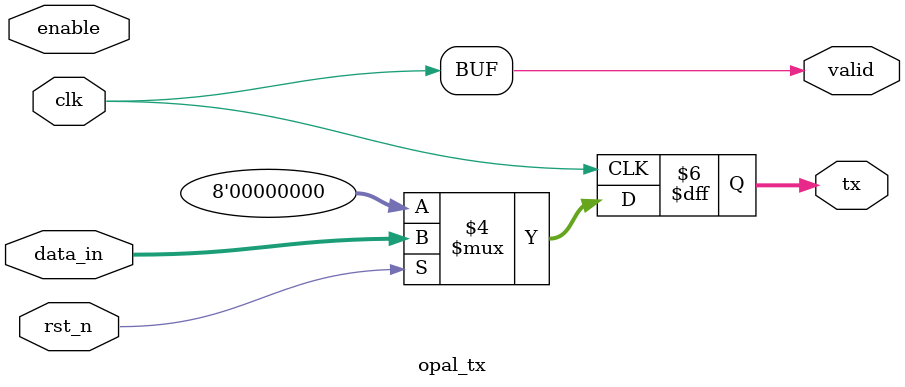
<source format=sv>



module opal_tx(
    input logic clk,
    input logic rst_n,
    input logic [7:0] data_in,
    input logic enable,
    output logic [7:0] tx,
    output valid
);

assign valid = clk;
    // Transmit logic
  always_ff @(posedge clk)
    if (!rst_n)
      tx <= '0;
    else begin
      tx <= data_in;      
    end
    

endmodule

</source>
